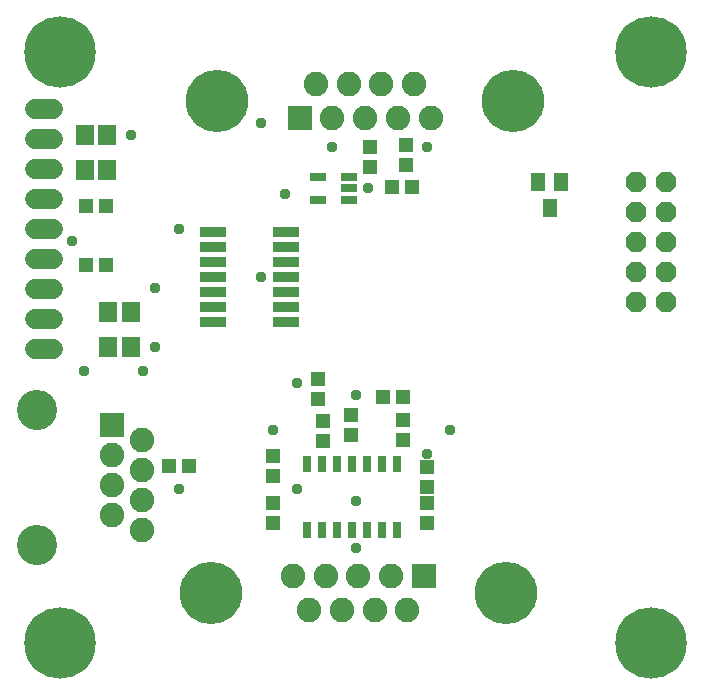
<source format=gbr>
G04 EAGLE Gerber RS-274X export*
G75*
%MOMM*%
%FSLAX34Y34*%
%LPD*%
%INSoldermask Top*%
%IPPOS*%
%AMOC8*
5,1,8,0,0,1.08239X$1,22.5*%
G01*
%ADD10R,1.203200X1.303200*%
%ADD11R,1.303200X1.203200*%
%ADD12R,1.203200X1.603200*%
%ADD13C,6.045200*%
%ADD14R,1.403200X0.803200*%
%ADD15R,2.082800X2.082800*%
%ADD16C,2.082800*%
%ADD17C,5.283200*%
%ADD18P,1.869504X8X292.500000*%
%ADD19R,0.803200X1.403200*%
%ADD20R,2.235200X0.863600*%
%ADD21C,3.403200*%
%ADD22R,1.503200X1.703200*%
%ADD23C,1.727200*%
%ADD24C,0.959600*%


D10*
X295800Y-373800D03*
X295800Y-356800D03*
D11*
X347300Y-164200D03*
X330300Y-164200D03*
D12*
X464200Y-181700D03*
X454700Y-159700D03*
X473700Y-159700D03*
D13*
X50000Y-550000D03*
X50000Y-50000D03*
X550000Y-550000D03*
X550000Y-50000D03*
D14*
X268340Y-174800D03*
X268340Y-155800D03*
X294460Y-174800D03*
X294460Y-165300D03*
X294460Y-155800D03*
D15*
X357500Y-493900D03*
D16*
X329800Y-493900D03*
X302100Y-493900D03*
X274400Y-493900D03*
X246700Y-493900D03*
X343600Y-522300D03*
X315900Y-522300D03*
X288300Y-522300D03*
X260600Y-522300D03*
D17*
X427100Y-508100D03*
X177100Y-508100D03*
D15*
X252500Y-105600D03*
D16*
X280200Y-105600D03*
X307900Y-105600D03*
X335600Y-105600D03*
X363300Y-105600D03*
X266400Y-77200D03*
X294100Y-77200D03*
X321700Y-77200D03*
X349400Y-77200D03*
D17*
X182900Y-91400D03*
X432900Y-91400D03*
D18*
X537300Y-160200D03*
X562700Y-160200D03*
X537300Y-185600D03*
X562700Y-185600D03*
X537300Y-211000D03*
X562700Y-211000D03*
X537300Y-236400D03*
X562700Y-236400D03*
X537300Y-261800D03*
X562700Y-261800D03*
D11*
X342300Y-145700D03*
X342300Y-128700D03*
X230000Y-448500D03*
X230000Y-431500D03*
X272300Y-379000D03*
X272300Y-362000D03*
D10*
X322900Y-342300D03*
X339900Y-342300D03*
D11*
X230000Y-391500D03*
X230000Y-408500D03*
X267700Y-326700D03*
X267700Y-343700D03*
X360000Y-448500D03*
X360000Y-431500D03*
X360000Y-401500D03*
X360000Y-418500D03*
X312300Y-147600D03*
X312300Y-130600D03*
D19*
X334950Y-398900D03*
X322250Y-398900D03*
X309550Y-398900D03*
X296850Y-398900D03*
X284150Y-398900D03*
X271450Y-398900D03*
X258750Y-398900D03*
X258750Y-454900D03*
X271450Y-454900D03*
X284150Y-454900D03*
X296850Y-454900D03*
X309550Y-454900D03*
X322250Y-454900D03*
X334950Y-454900D03*
D20*
X179266Y-201900D03*
X240734Y-201900D03*
X179266Y-214600D03*
X179266Y-227300D03*
X240734Y-214600D03*
X240734Y-227300D03*
X179266Y-240000D03*
X240734Y-240000D03*
X179266Y-252700D03*
X179266Y-265400D03*
X240734Y-252700D03*
X240734Y-265400D03*
X179266Y-278100D03*
X240734Y-278100D03*
D16*
X118900Y-454450D03*
X93500Y-441750D03*
X118900Y-429050D03*
X118900Y-403650D03*
X118900Y-378250D03*
X93500Y-416350D03*
X93500Y-390950D03*
D15*
X93500Y-365550D03*
D21*
X30000Y-352850D03*
X30000Y-467150D03*
D22*
X90500Y-300000D03*
X109500Y-300000D03*
X70500Y-120000D03*
X89500Y-120000D03*
X90500Y-270000D03*
X109500Y-270000D03*
X70500Y-150000D03*
X89500Y-150000D03*
D10*
X141500Y-400000D03*
X158500Y-400000D03*
D11*
X340000Y-378500D03*
X340000Y-361500D03*
D23*
X43620Y-98100D02*
X28380Y-98100D01*
X28380Y-123500D02*
X43620Y-123500D01*
X43620Y-148900D02*
X28380Y-148900D01*
X28380Y-174300D02*
X43620Y-174300D01*
X43620Y-199700D02*
X28380Y-199700D01*
X28380Y-225100D02*
X43620Y-225100D01*
X43620Y-250500D02*
X28380Y-250500D01*
X28380Y-275900D02*
X43620Y-275900D01*
X43620Y-301300D02*
X28380Y-301300D01*
D10*
X71500Y-180000D03*
X88500Y-180000D03*
X71500Y-230000D03*
X88500Y-230000D03*
D24*
X110000Y-120000D03*
X360000Y-390000D03*
X130000Y-300000D03*
X310000Y-165300D03*
X300000Y-340000D03*
X230000Y-370000D03*
X220000Y-240000D03*
X300000Y-470000D03*
X250000Y-330000D03*
X220000Y-110000D03*
X150000Y-200000D03*
X280000Y-130000D03*
X300000Y-430000D03*
X130000Y-250000D03*
X250000Y-420000D03*
X380000Y-370000D03*
X150000Y-420000D03*
X120000Y-320000D03*
X70000Y-320000D03*
X60000Y-210000D03*
X360000Y-130000D03*
X240000Y-170000D03*
M02*

</source>
